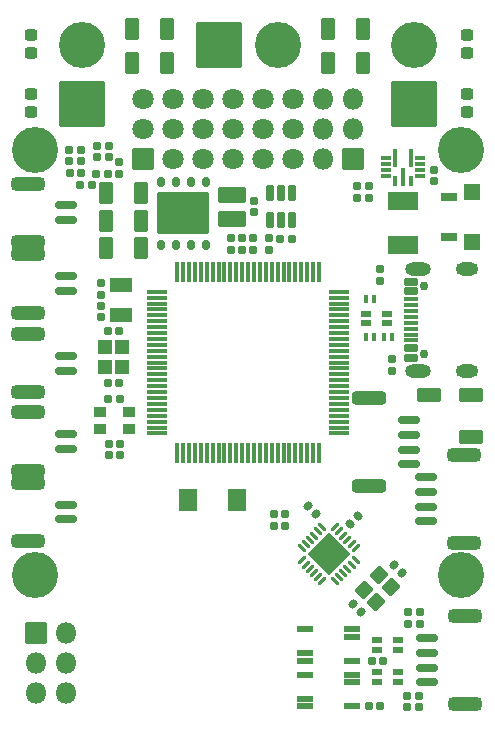
<source format=gbr>
%TF.GenerationSoftware,KiCad,Pcbnew,8.0.5*%
%TF.CreationDate,2024-11-08T19:29:56+08:00*%
%TF.ProjectId,STM32H730,53544d33-3248-4373-9330-2e6b69636164,rev?*%
%TF.SameCoordinates,Original*%
%TF.FileFunction,Soldermask,Top*%
%TF.FilePolarity,Negative*%
%FSLAX46Y46*%
G04 Gerber Fmt 4.6, Leading zero omitted, Abs format (unit mm)*
G04 Created by KiCad (PCBNEW 8.0.5) date 2024-11-08 19:29:56*
%MOMM*%
%LPD*%
G01*
G04 APERTURE LIST*
G04 Aperture macros list*
%AMRoundRect*
0 Rectangle with rounded corners*
0 $1 Rounding radius*
0 $2 $3 $4 $5 $6 $7 $8 $9 X,Y pos of 4 corners*
0 Add a 4 corners polygon primitive as box body*
4,1,4,$2,$3,$4,$5,$6,$7,$8,$9,$2,$3,0*
0 Add four circle primitives for the rounded corners*
1,1,$1+$1,$2,$3*
1,1,$1+$1,$4,$5*
1,1,$1+$1,$6,$7*
1,1,$1+$1,$8,$9*
0 Add four rect primitives between the rounded corners*
20,1,$1+$1,$2,$3,$4,$5,0*
20,1,$1+$1,$4,$5,$6,$7,0*
20,1,$1+$1,$6,$7,$8,$9,0*
20,1,$1+$1,$8,$9,$2,$3,0*%
G04 Aperture macros list end*
%ADD10RoundRect,0.244150X0.281650X-0.244150X0.281650X0.244150X-0.281650X0.244150X-0.281650X-0.244150X0*%
%ADD11RoundRect,0.165400X0.195400X-0.165400X0.195400X0.165400X-0.195400X0.165400X-0.195400X-0.165400X0*%
%ADD12RoundRect,0.050800X0.600000X0.225000X-0.600000X0.225000X-0.600000X-0.225000X0.600000X-0.225000X0*%
%ADD13RoundRect,0.050800X0.432000X-0.400000X0.432000X0.400000X-0.432000X0.400000X-0.432000X-0.400000X0*%
%ADD14RoundRect,0.160400X-0.160400X-0.210400X0.160400X-0.210400X0.160400X0.210400X-0.160400X0.210400X0*%
%ADD15RoundRect,0.272087X-0.353713X-0.678713X0.353713X-0.678713X0.353713X0.678713X-0.353713X0.678713X0*%
%ADD16RoundRect,0.050800X0.150000X0.300000X-0.150000X0.300000X-0.150000X-0.300000X0.150000X-0.300000X0*%
%ADD17RoundRect,0.050800X0.400000X-0.200000X0.400000X0.200000X-0.400000X0.200000X-0.400000X-0.200000X0*%
%ADD18RoundRect,0.165400X0.165400X0.195400X-0.165400X0.195400X-0.165400X-0.195400X0.165400X-0.195400X0*%
%ADD19RoundRect,0.175400X-0.725400X0.175400X-0.725400X-0.175400X0.725400X-0.175400X0.725400X0.175400X0*%
%ADD20RoundRect,0.275400X-1.125400X0.275400X-1.125400X-0.275400X1.125400X-0.275400X1.125400X0.275400X0*%
%ADD21RoundRect,0.175400X0.725400X-0.175400X0.725400X0.175400X-0.725400X0.175400X-0.725400X-0.175400X0*%
%ADD22RoundRect,0.275400X1.125400X-0.275400X1.125400X0.275400X-1.125400X0.275400X-1.125400X-0.275400X0*%
%ADD23RoundRect,0.272087X0.353713X0.678713X-0.353713X0.678713X-0.353713X-0.678713X0.353713X-0.678713X0*%
%ADD24RoundRect,0.165400X-0.165400X-0.195400X0.165400X-0.195400X0.165400X0.195400X-0.165400X0.195400X0*%
%ADD25RoundRect,0.050800X-0.675000X0.900000X-0.675000X-0.900000X0.675000X-0.900000X0.675000X0.900000X0*%
%ADD26RoundRect,0.160400X-0.210400X0.160400X-0.210400X-0.160400X0.210400X-0.160400X0.210400X0.160400X0*%
%ADD27RoundRect,0.050800X0.950000X0.500000X-0.950000X0.500000X-0.950000X-0.500000X0.950000X-0.500000X0*%
%ADD28RoundRect,0.050800X-0.850000X-0.850000X0.850000X-0.850000X0.850000X0.850000X-0.850000X0.850000X0*%
%ADD29O,1.801600X1.801600*%
%ADD30C,0.751600*%
%ADD31RoundRect,0.175400X0.450400X-0.175400X0.450400X0.175400X-0.450400X0.175400X-0.450400X-0.175400X0*%
%ADD32RoundRect,0.100400X0.525400X-0.100400X0.525400X0.100400X-0.525400X0.100400X-0.525400X-0.100400X0*%
%ADD33O,2.201600X1.101600*%
%ADD34O,1.901600X1.101600*%
%ADD35RoundRect,0.150400X0.150400X-0.275400X0.150400X0.275400X-0.150400X0.275400X-0.150400X-0.275400X0*%
%ADD36RoundRect,0.050800X2.150000X-1.700000X2.150000X1.700000X-2.150000X1.700000X-2.150000X-1.700000X0*%
%ADD37RoundRect,0.050800X1.100000X-0.600000X1.100000X0.600000X-1.100000X0.600000X-1.100000X-0.600000X0*%
%ADD38C,3.901600*%
%ADD39RoundRect,0.165400X-0.195400X0.165400X-0.195400X-0.165400X0.195400X-0.165400X0.195400X0.165400X0*%
%ADD40RoundRect,0.160400X0.210400X-0.160400X0.210400X0.160400X-0.210400X0.160400X-0.210400X-0.160400X0*%
%ADD41RoundRect,0.050800X-1.900000X-1.900000X1.900000X-1.900000X1.900000X1.900000X-1.900000X1.900000X0*%
%ADD42RoundRect,0.050800X-1.250000X0.750000X-1.250000X-0.750000X1.250000X-0.750000X1.250000X0.750000X0*%
%ADD43C,1.801600*%
%ADD44RoundRect,0.050800X1.900000X-1.900000X1.900000X1.900000X-1.900000X1.900000X-1.900000X-1.900000X0*%
%ADD45RoundRect,0.087900X0.309925X-0.185616X-0.185616X0.309925X-0.309925X0.185616X0.185616X-0.309925X0*%
%ADD46RoundRect,0.087900X0.309925X0.185616X0.185616X0.309925X-0.309925X-0.185616X-0.185616X-0.309925X0*%
%ADD47RoundRect,0.050800X1.732412X0.000000X0.000000X1.732412X-1.732412X0.000000X0.000000X-1.732412X0*%
%ADD48RoundRect,0.275400X1.175400X-0.275400X1.175400X0.275400X-1.175400X0.275400X-1.175400X-0.275400X0*%
%ADD49RoundRect,0.050800X0.900000X-0.500000X0.900000X0.500000X-0.900000X0.500000X-0.900000X-0.500000X0*%
%ADD50RoundRect,0.165400X-0.255124X-0.021213X-0.021213X-0.255124X0.255124X0.021213X0.021213X0.255124X0*%
%ADD51RoundRect,0.100400X-0.750400X-0.100400X0.750400X-0.100400X0.750400X0.100400X-0.750400X0.100400X0*%
%ADD52RoundRect,0.100400X-0.100400X-0.750400X0.100400X-0.750400X0.100400X0.750400X-0.100400X0.750400X0*%
%ADD53RoundRect,0.172900X0.172900X0.197900X-0.172900X0.197900X-0.172900X-0.197900X0.172900X-0.197900X0*%
%ADD54RoundRect,0.050800X-0.152400X0.749300X-0.152400X-0.749300X0.152400X-0.749300X0.152400X0.749300X0*%
%ADD55RoundRect,0.050800X-0.355600X-0.152400X0.355600X-0.152400X0.355600X0.152400X-0.355600X0.152400X0*%
%ADD56RoundRect,0.050800X-0.152400X0.355600X-0.152400X-0.355600X0.152400X-0.355600X0.152400X0.355600X0*%
%ADD57RoundRect,0.050800X0.053033X0.760140X-0.760140X-0.053033X-0.053033X-0.760140X0.760140X0.053033X0*%
%ADD58RoundRect,0.160400X0.160400X0.210400X-0.160400X0.210400X-0.160400X-0.210400X0.160400X-0.210400X0*%
%ADD59RoundRect,0.160400X-0.262195X-0.035355X-0.035355X-0.262195X0.262195X0.035355X0.035355X0.262195X0*%
%ADD60RoundRect,0.165400X0.255124X0.021213X0.021213X0.255124X-0.255124X-0.021213X-0.021213X-0.255124X0*%
%ADD61RoundRect,0.175400X0.175400X-0.537900X0.175400X0.537900X-0.175400X0.537900X-0.175400X-0.537900X0*%
%ADD62RoundRect,0.050800X-0.600000X-0.300000X0.600000X-0.300000X0.600000X0.300000X-0.600000X0.300000X0*%
%ADD63RoundRect,0.050800X0.650000X0.600000X-0.650000X0.600000X-0.650000X-0.600000X0.650000X-0.600000X0*%
%ADD64RoundRect,0.050800X0.850000X0.850000X-0.850000X0.850000X-0.850000X-0.850000X0.850000X-0.850000X0*%
%ADD65RoundRect,0.050800X-0.150000X-0.300000X0.150000X-0.300000X0.150000X0.300000X-0.150000X0.300000X0*%
%ADD66RoundRect,0.160400X-0.035355X0.262195X-0.262195X0.035355X0.035355X-0.262195X0.262195X-0.035355X0*%
%ADD67RoundRect,0.050800X-0.500000X0.575000X-0.500000X-0.575000X0.500000X-0.575000X0.500000X0.575000X0*%
G04 APERTURE END LIST*
D10*
%TO.C,D8*%
X85585000Y-34062500D03*
X85585000Y-32487500D03*
%TD*%
D11*
%TO.C,C66*%
X104400000Y-50705000D03*
X104400000Y-49745000D03*
%TD*%
D12*
%TO.C,U8*%
X112809000Y-82810500D03*
X112809000Y-83460500D03*
X112809000Y-85510500D03*
X108829000Y-85510500D03*
X108829000Y-84860500D03*
X108829000Y-82810500D03*
%TD*%
D13*
%TO.C,L9*%
X91435000Y-64475000D03*
X91435000Y-65875000D03*
%TD*%
D14*
%TO.C,R31*%
X91155000Y-44250000D03*
X92175000Y-44250000D03*
%TD*%
D15*
%TO.C,C48*%
X92000000Y-48225000D03*
X94950000Y-48225000D03*
%TD*%
D16*
%TO.C,U13*%
X114650400Y-54900000D03*
X114000400Y-54900000D03*
%TD*%
D17*
%TO.C,L5*%
X114928000Y-83761500D03*
X114930000Y-84560000D03*
X116729500Y-84561000D03*
X116730000Y-83760000D03*
%TD*%
D18*
%TO.C,C36*%
X89838881Y-44166755D03*
X88878881Y-44166755D03*
%TD*%
D19*
%TO.C,CN1*%
X88598600Y-52916200D03*
X88598600Y-54166200D03*
D20*
X85398600Y-51066200D03*
X85398600Y-56016200D03*
%TD*%
D11*
%TO.C,C64*%
X102515000Y-50705000D03*
X102515000Y-49745000D03*
%TD*%
D21*
%TO.C,CN4*%
X119140000Y-87326000D03*
X119140000Y-86076000D03*
X119140000Y-84826000D03*
X119140000Y-83576000D03*
D22*
X122340000Y-89176000D03*
X122340000Y-81726000D03*
%TD*%
D23*
%TO.C,C42*%
X113717600Y-31975000D03*
X110767600Y-31975000D03*
%TD*%
D18*
%TO.C,C57*%
X93165000Y-68075000D03*
X92205000Y-68075000D03*
%TD*%
D24*
%TO.C,C16*%
X114455000Y-85521800D03*
X115415000Y-85521800D03*
%TD*%
D10*
%TO.C,D7*%
X85600000Y-39062500D03*
X85600000Y-37487500D03*
%TD*%
D25*
%TO.C,SW2*%
X103050000Y-71925000D03*
X98900000Y-71925000D03*
%TD*%
D16*
%TO.C,U12*%
X114650400Y-58100000D03*
X114000400Y-58100000D03*
%TD*%
D11*
%TO.C,C39*%
X104475000Y-47530001D03*
X104475000Y-46570001D03*
%TD*%
D26*
%TO.C,R23*%
X106174800Y-73046801D03*
X106174800Y-74066799D03*
%TD*%
D27*
%TO.C,BUZZER1*%
X122852893Y-63025000D03*
X119352893Y-63025000D03*
X122852893Y-66525000D03*
%TD*%
D28*
%TO.C,J7*%
X86050200Y-83149200D03*
D29*
X88590200Y-83149200D03*
X86050200Y-85689200D03*
X88590200Y-85689200D03*
X86050200Y-88229200D03*
X88590200Y-88229200D03*
%TD*%
D14*
%TO.C,R13*%
X117514300Y-81356400D03*
X118534300Y-81356400D03*
%TD*%
D18*
%TO.C,C56*%
X93170000Y-67150000D03*
X92210000Y-67150000D03*
%TD*%
D30*
%TO.C,J5*%
X118875000Y-59520000D03*
X118875000Y-53740000D03*
D31*
X117800000Y-59830000D03*
X117800000Y-59030000D03*
D32*
X117800000Y-57880000D03*
X117800000Y-56880000D03*
X117800000Y-56380000D03*
X117800000Y-55380000D03*
D31*
X117800000Y-54230000D03*
X117800000Y-53430000D03*
X117800000Y-53430000D03*
X117800000Y-54230000D03*
D32*
X117800000Y-54880000D03*
X117800000Y-55880000D03*
X117800000Y-57380000D03*
X117800000Y-58380000D03*
D31*
X117800000Y-59030000D03*
X117800000Y-59830000D03*
D33*
X118375000Y-60950000D03*
D34*
X122555000Y-60950000D03*
D33*
X118375000Y-52310000D03*
D34*
X122555000Y-52310000D03*
%TD*%
D24*
%TO.C,C37*%
X91225881Y-41936119D03*
X92185881Y-41936119D03*
%TD*%
D35*
%TO.C,U2*%
X96620000Y-50325000D03*
X97890000Y-50325000D03*
X99160000Y-50325000D03*
X100430000Y-50325000D03*
X100430000Y-44925000D03*
X99160000Y-44925000D03*
X97890000Y-44925000D03*
X96620000Y-44925000D03*
D36*
X98525000Y-47625000D03*
%TD*%
D37*
%TO.C,L1*%
X102675000Y-46022001D03*
X102675000Y-48078001D03*
%TD*%
D38*
%TO.C,J3*%
X86000000Y-78250000D03*
%TD*%
D10*
%TO.C,D5*%
X122525000Y-39062500D03*
X122525000Y-37487500D03*
%TD*%
D39*
%TO.C,C4*%
X91567000Y-53545800D03*
X91567000Y-54505800D03*
%TD*%
D11*
%TO.C,C60*%
X119725000Y-44905000D03*
X119725000Y-43945000D03*
%TD*%
D10*
%TO.C,D6*%
X122510000Y-34062500D03*
X122510000Y-32487500D03*
%TD*%
D40*
%TO.C,R56*%
X114200000Y-46285000D03*
X114200000Y-45265000D03*
%TD*%
D41*
%TO.C,CN2*%
X101500000Y-33350000D03*
D38*
X106500000Y-33350000D03*
%TD*%
D19*
%TO.C,CN6*%
X88600000Y-72279200D03*
X88600000Y-73529200D03*
D20*
X85400000Y-70429200D03*
X85400000Y-75379200D03*
%TD*%
D38*
%TO.C,J2*%
X122000000Y-42250000D03*
%TD*%
D42*
%TO.C,L10*%
X117150000Y-46575000D03*
X117150000Y-50275000D03*
%TD*%
D28*
%TO.C,CN5*%
X95095000Y-42985000D03*
D43*
X95095000Y-40445000D03*
X95095000Y-37905000D03*
X97635000Y-42985000D03*
X97635000Y-40445000D03*
X97635000Y-37905000D03*
X100175000Y-42985000D03*
X100175000Y-40445000D03*
X100175000Y-37905000D03*
X102715000Y-42985000D03*
X102715000Y-40445000D03*
X102715000Y-37905000D03*
X105255000Y-42985000D03*
X105255000Y-40445000D03*
X105255000Y-37905000D03*
X107795000Y-42985000D03*
X107795000Y-40445000D03*
X107795000Y-37905000D03*
%TD*%
D44*
%TO.C,CN8*%
X89900000Y-38350000D03*
D38*
X89900000Y-33350000D03*
%TD*%
D24*
%TO.C,C35*%
X89781481Y-45200000D03*
X90741481Y-45200000D03*
%TD*%
%TO.C,C38*%
X91225881Y-42875000D03*
X92185881Y-42875000D03*
%TD*%
D40*
%TO.C,R34*%
X105750000Y-50735000D03*
X105750000Y-49715000D03*
%TD*%
D38*
%TO.C,J1*%
X86000000Y-42250000D03*
%TD*%
D26*
%TO.C,R37*%
X115200000Y-52315000D03*
X115200000Y-53335000D03*
%TD*%
D45*
%TO.C,U4*%
X111341691Y-78768658D03*
X111695245Y-78415105D03*
X112048798Y-78061551D03*
X112402351Y-77707998D03*
X112755905Y-77354445D03*
X113109458Y-77000891D03*
D46*
X113109458Y-75957909D03*
X112755905Y-75604355D03*
X112402351Y-75250802D03*
X112048798Y-74897249D03*
X111695245Y-74543695D03*
X111341691Y-74190142D03*
D45*
X110298709Y-74190142D03*
X109945155Y-74543695D03*
X109591602Y-74897249D03*
X109238049Y-75250802D03*
X108884495Y-75604355D03*
X108530942Y-75957909D03*
D46*
X108530942Y-77000891D03*
X108884495Y-77354445D03*
X109238049Y-77707998D03*
X109591602Y-78061551D03*
X109945155Y-78415105D03*
X110298709Y-78768658D03*
D47*
X110820200Y-76479400D03*
%TD*%
D21*
%TO.C,CN13*%
X117625000Y-68875000D03*
X117625000Y-67625000D03*
X117625000Y-66375000D03*
X117625000Y-65125000D03*
D48*
X114275000Y-70725000D03*
X114275000Y-63275000D03*
%TD*%
D49*
%TO.C,Y2*%
X93268800Y-53690200D03*
X93268800Y-56190200D03*
%TD*%
D24*
%TO.C,C15*%
X114201000Y-89357200D03*
X115161000Y-89357200D03*
%TD*%
D50*
%TO.C,C20*%
X116356336Y-77375497D03*
X117035158Y-78054319D03*
%TD*%
D51*
%TO.C,U1*%
X96325000Y-54250000D03*
X96325000Y-54750000D03*
X96325000Y-55250000D03*
X96325000Y-55750000D03*
X96325000Y-56250000D03*
X96325000Y-56750000D03*
X96325000Y-57250000D03*
X96325000Y-57750000D03*
X96325000Y-58250000D03*
X96325000Y-58750000D03*
X96325000Y-59250000D03*
X96325000Y-59750000D03*
X96325000Y-60250000D03*
X96325000Y-60750000D03*
X96325000Y-61250000D03*
X96325000Y-61750000D03*
X96325000Y-62250000D03*
X96325000Y-62750000D03*
X96325000Y-63250000D03*
X96325000Y-63750000D03*
X96325000Y-64250000D03*
X96325000Y-64750000D03*
X96325000Y-65250000D03*
X96325000Y-65750000D03*
X96325000Y-66250000D03*
D52*
X98000000Y-67925000D03*
X98500000Y-67925000D03*
X99000000Y-67925000D03*
X99500000Y-67925000D03*
X100000000Y-67925000D03*
X100500000Y-67925000D03*
X101000000Y-67925000D03*
X101500000Y-67925000D03*
X102000000Y-67925000D03*
X102500000Y-67925000D03*
X103000000Y-67925000D03*
X103500000Y-67925000D03*
X104000000Y-67925000D03*
X104500000Y-67925000D03*
X105000000Y-67925000D03*
X105500000Y-67925000D03*
X106000000Y-67925000D03*
X106500000Y-67925000D03*
X107000000Y-67925000D03*
X107500000Y-67925000D03*
X108000000Y-67925000D03*
X108500000Y-67925000D03*
X109000000Y-67925000D03*
X109500000Y-67925000D03*
X110000000Y-67925000D03*
D51*
X111675000Y-66250000D03*
X111675000Y-65750000D03*
X111675000Y-65250000D03*
X111675000Y-64750000D03*
X111675000Y-64250000D03*
X111675000Y-63750000D03*
X111675000Y-63250000D03*
X111675000Y-62750000D03*
X111675000Y-62250000D03*
X111675000Y-61750000D03*
X111675000Y-61250000D03*
X111675000Y-60750000D03*
X111675000Y-60250000D03*
X111675000Y-59750000D03*
X111675000Y-59250000D03*
X111675000Y-58750000D03*
X111675000Y-58250000D03*
X111675000Y-57750000D03*
X111675000Y-57250000D03*
X111675000Y-56750000D03*
X111675000Y-56250000D03*
X111675000Y-55750000D03*
X111675000Y-55250000D03*
X111675000Y-54750000D03*
X111675000Y-54250000D03*
D52*
X110000000Y-52575000D03*
X109500000Y-52575000D03*
X109000000Y-52575000D03*
X108500000Y-52575000D03*
X108000000Y-52575000D03*
X107500000Y-52575000D03*
X107000000Y-52575000D03*
X106500000Y-52575000D03*
X106000000Y-52575000D03*
X105500000Y-52575000D03*
X105000000Y-52575000D03*
X104500000Y-52575000D03*
X104000000Y-52575000D03*
X103500000Y-52575000D03*
X103000000Y-52575000D03*
X102500000Y-52575000D03*
X102000000Y-52575000D03*
X101500000Y-52575000D03*
X101000000Y-52575000D03*
X100500000Y-52575000D03*
X100000000Y-52575000D03*
X99500000Y-52575000D03*
X99000000Y-52575000D03*
X98500000Y-52575000D03*
X98000000Y-52575000D03*
%TD*%
D13*
%TO.C,L8*%
X93909000Y-64475000D03*
X93909000Y-65875000D03*
%TD*%
D40*
%TO.C,R57*%
X113250000Y-46285000D03*
X113250000Y-45265000D03*
%TD*%
D38*
%TO.C,J4*%
X122000000Y-78250000D03*
%TD*%
D19*
%TO.C,CN10*%
X88600000Y-46950000D03*
X88600000Y-48200000D03*
D20*
X85400000Y-45100000D03*
X85400000Y-50050000D03*
%TD*%
D53*
%TO.C,D4*%
X118442600Y-89433600D03*
X117472600Y-89433600D03*
%TD*%
D15*
%TO.C,C40*%
X94183200Y-31975000D03*
X97133200Y-31975000D03*
%TD*%
D54*
%TO.C,U15*%
X117775126Y-42898937D03*
X116474874Y-42898937D03*
D55*
X115675000Y-42949748D03*
X115675000Y-43449874D03*
X115675000Y-43950000D03*
X115675000Y-44450126D03*
D56*
X116474874Y-44899937D03*
D54*
X117125000Y-44500937D03*
D56*
X117775126Y-44899937D03*
D55*
X118575000Y-44450126D03*
X118575000Y-43950000D03*
X118575000Y-43449874D03*
X118575000Y-42949748D03*
%TD*%
D17*
%TO.C,L4*%
X114928000Y-86461500D03*
X114930000Y-87260000D03*
X116729500Y-87261000D03*
X116730000Y-86460000D03*
%TD*%
D26*
%TO.C,R22*%
X107125000Y-73065001D03*
X107125000Y-74084999D03*
%TD*%
D15*
%TO.C,C49*%
X91975000Y-50525000D03*
X94925000Y-50525000D03*
%TD*%
D57*
%TO.C,Y3*%
X115080080Y-78261804D03*
X113842643Y-79499241D03*
X114832592Y-80489190D03*
X116070029Y-79251753D03*
%TD*%
D11*
%TO.C,C5*%
X91567000Y-56385400D03*
X91567000Y-55425400D03*
%TD*%
D58*
%TO.C,R35*%
X107710000Y-49750000D03*
X106690000Y-49750000D03*
%TD*%
D18*
%TO.C,C2*%
X93080000Y-62020400D03*
X92120000Y-62020400D03*
%TD*%
D14*
%TO.C,R32*%
X88851481Y-42236355D03*
X89871481Y-42236355D03*
%TD*%
D11*
%TO.C,C65*%
X103450000Y-50705000D03*
X103450000Y-49745000D03*
%TD*%
D40*
%TO.C,R36*%
X116154200Y-60962000D03*
X116154200Y-59942000D03*
%TD*%
D19*
%TO.C,CN7*%
X88594800Y-59675000D03*
X88594800Y-60925000D03*
D20*
X85394800Y-57825000D03*
X85394800Y-62775000D03*
%TD*%
D59*
%TO.C,R15*%
X109062576Y-72384976D03*
X109783824Y-73106224D03*
%TD*%
D58*
%TO.C,R33*%
X89871481Y-43201555D03*
X88851481Y-43201555D03*
%TD*%
D17*
%TO.C,L3*%
X113999000Y-56101000D03*
X114001000Y-56899500D03*
X115800500Y-56900500D03*
X115801000Y-56099500D03*
%TD*%
D60*
%TO.C,C21*%
X113556336Y-81375497D03*
X112877514Y-80696675D03*
%TD*%
D61*
%TO.C,U5*%
X105825000Y-48187500D03*
X106775000Y-48187500D03*
X107725000Y-48187500D03*
X107725000Y-45912500D03*
X106775000Y-45912500D03*
X105825000Y-45912500D03*
%TD*%
D23*
%TO.C,C43*%
X113692200Y-34874200D03*
X110742200Y-34874200D03*
%TD*%
D19*
%TO.C,CN11*%
X88600000Y-66325000D03*
X88600000Y-67575000D03*
D20*
X85400000Y-64475000D03*
X85400000Y-69425000D03*
%TD*%
D21*
%TO.C,CN12*%
X119075000Y-73706200D03*
X119075000Y-72456200D03*
X119075000Y-71206200D03*
X119075000Y-69956200D03*
D22*
X122275000Y-75556200D03*
X122275000Y-68106200D03*
%TD*%
D26*
%TO.C,R30*%
X93100000Y-43265000D03*
X93100000Y-44285000D03*
%TD*%
D62*
%TO.C,SW1*%
X120986500Y-46200000D03*
X120986500Y-49600000D03*
D63*
X122936500Y-45800000D03*
X122936500Y-50000000D03*
%TD*%
D14*
%TO.C,R12*%
X117448000Y-88451800D03*
X118468000Y-88451800D03*
%TD*%
D44*
%TO.C,CN9*%
X118060000Y-38380000D03*
D38*
X118060000Y-33380000D03*
%TD*%
D15*
%TO.C,C41*%
X94181400Y-34899600D03*
X97131400Y-34899600D03*
%TD*%
D53*
%TO.C,D3*%
X118518800Y-82347000D03*
X117548800Y-82347000D03*
%TD*%
D15*
%TO.C,C47*%
X92000000Y-45925000D03*
X94950000Y-45925000D03*
%TD*%
D64*
%TO.C,J6*%
X112875000Y-42985000D03*
D29*
X110335000Y-42985000D03*
X112875000Y-40445000D03*
X110335000Y-40445000D03*
X112875000Y-37905000D03*
X110335000Y-37905000D03*
%TD*%
D65*
%TO.C,U11*%
X115508600Y-58089800D03*
X116158600Y-58089800D03*
%TD*%
D12*
%TO.C,U7*%
X112819000Y-86660500D03*
X112819000Y-87310500D03*
X112819000Y-89360500D03*
X108839000Y-89360500D03*
X108839000Y-88710500D03*
X108839000Y-86660500D03*
%TD*%
D66*
%TO.C,R21*%
X113309400Y-73202800D03*
X112588152Y-73924048D03*
%TD*%
D67*
%TO.C,Y1*%
X91900000Y-58910200D03*
X91900000Y-60660200D03*
X93300000Y-60660200D03*
X93300000Y-58910200D03*
%TD*%
D18*
%TO.C,C55*%
X93125000Y-63375000D03*
X92165000Y-63375000D03*
%TD*%
D24*
%TO.C,C1*%
X92120000Y-57550000D03*
X93080000Y-57550000D03*
%TD*%
M02*

</source>
